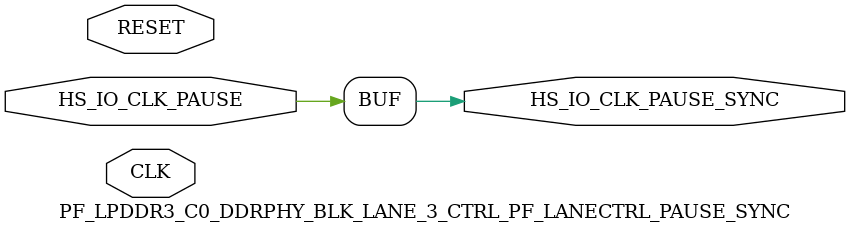
<source format=v>


module PF_LPDDR3_C0_DDRPHY_BLK_LANE_3_CTRL_PF_LANECTRL_PAUSE_SYNC( CLK, RESET, HS_IO_CLK_PAUSE, HS_IO_CLK_PAUSE_SYNC );
	
	input CLK, RESET, HS_IO_CLK_PAUSE;
	output HS_IO_CLK_PAUSE_SYNC;

	parameter ENABLE_PAUSE_EXTENSION = 2'b00;

	reg pause_reg_0, pause_reg_1, pause;
	wire pause_sync_0_i;

	generate 
		if( ENABLE_PAUSE_EXTENSION == 3'b000 ) begin : feed
			assign HS_IO_CLK_PAUSE_SYNC = HS_IO_CLK_PAUSE;
		end else if( ENABLE_PAUSE_EXTENSION == 3'b001 ) begin : pipe
			(* HS_IO_CLK_PAUSE_SYNC = 1, syn_keep = 1 *) SLE pause_sync_0(
				.CLK( CLK ),
				.D( HS_IO_CLK_PAUSE ),
				.Q( pause_sync_0_i ),
				.LAT( 1'b0 ),
				.EN( 1'b1 ),
				.ALn( ~RESET ),
				.ADn( 1'b1 ),
				.SLn( 1'b1 ),
				.SD( 1'b0 )
				);

			(* HS_IO_CLK_PAUSE_SYNC = 1, syn_keep = 1 *) SLE pause_sync (
				.CLK( CLK ),
				.D( pause_sync_0_i ),
				.Q( HS_IO_CLK_PAUSE_SYNC ),
				.LAT( 1'b0 ),
				.EN( 1'b1 ),
				.ALn( ~RESET ),
				.ADn( 1'b1 ),
				.SLn( 1'b1 ),
				.SD( 1'b0 )
				);
		end else if ( ENABLE_PAUSE_EXTENSION == 3'b010 ) begin : ext_pipe
			always @(posedge CLK or posedge RESET) begin : ext
				if( RESET == 1'b1 ) begin
					pause_reg_0 <= 1'b0;
					pause_reg_1 <= 1'b0;
					pause <= 1'b0;
				end else begin
					pause_reg_0 <= HS_IO_CLK_PAUSE;
					pause_reg_1 <= pause_reg_0;
					if( HS_IO_CLK_PAUSE == 1'b0 && pause_reg_0 ==1'b1 && pause_reg_1 == 1'b0 )
						pause <= 1'b1; // Extend by 1 cycle if the pulse is less than a cycle
					else
						pause <= HS_IO_CLK_PAUSE;
				end
			end

			(* HS_IO_CLK_PAUSE_SYNC = 1, syn_keep = 1 *) SLE pause_sync (
				.CLK( CLK ),
				.D( pause ),
				.Q( HS_IO_CLK_PAUSE_SYNC ),
				.LAT( 1'b0 ),
				.EN( 1'b1 ),
				.ALn( ~RESET ),
				.ADn( 1'b1 ),
				.SLn( 1'b1 ),
				.SD( 1'b0 )
				);
		end else if ( ENABLE_PAUSE_EXTENSION == 3'b011 ) begin : pipe_fall 
			(* HS_IO_CLK_PAUSE_SYNC = 1, syn_keep = 1 *) SLE pause_sync_0 (
				.CLK( CLK ),
				.D( HS_IO_CLK_PAUSE ),
				.Q( pause_sync_0_i ),
				.LAT( 1'b0 ),
				.EN( 1'b1 ),
				.ALn( ~RESET ),
				.ADn( 1'b1 ),
				.SLn( 1'b1 ),
				.SD( 1'b0 )
				);

			(* HS_IO_CLK_PAUSE_SYNC = 1, syn_keep = 1 *) SLE pause_sync (
				.CLK( ~CLK ),
				.D( pause_sync_0_i ),
				.Q( HS_IO_CLK_PAUSE_SYNC ),
				.LAT( 1'b0 ),
				.EN( 1'b1 ),
				.ALn( ~RESET ),
				.ADn( 1'b1 ),
				.SLn( 1'b1 ),
				.SD( 1'b0 )
				);
		end else if ( ENABLE_PAUSE_EXTENSION == 3'b100 ) begin : ext_pipe_fall 
			always @(posedge CLK or posedge RESET) begin : ext
				if( RESET == 1'b1 ) begin
					pause_reg_0 <= 1'b0;
					pause_reg_1 <= 1'b0;
					pause <= 1'b0;
				end else begin
					pause_reg_0 <= HS_IO_CLK_PAUSE;
					pause_reg_1 <= pause_reg_0;
					if( HS_IO_CLK_PAUSE == 1'b0 && pause_reg_0 ==1'b1 && pause_reg_1 == 1'b0 )
						pause <= 1'b1; // Extend by 1 cycle if the pulse is less than a cycle
					else
						pause <= HS_IO_CLK_PAUSE;
				end
			end

			(* HS_IO_CLK_PAUSE_SYNC = 1, syn_keep = 1 *) SLE pause_sync (
				.CLK( ~CLK ),
				.D( pause ),
				.Q( HS_IO_CLK_PAUSE_SYNC ),
				.LAT( 1'b0 ),
				.EN( 1'b1 ),
				.ALn( ~RESET ),
				.ADn( 1'b1 ),
				.SLn( 1'b1 ),
				.SD( 1'b0 )
				);
		end
	endgenerate

endmodule
</source>
